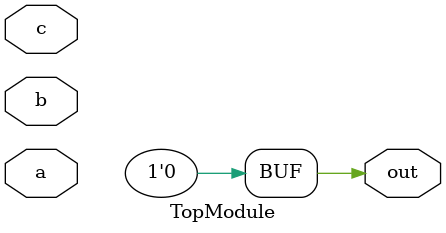
<source format=v>
module TopModule (
  input a,
  input b,
  input c,
  output out
);

  // Module body - leave empty or add minimal initialization
  assign out = 1'b0; // Default output value.  Important for synthesis.

endmodule
</source>
